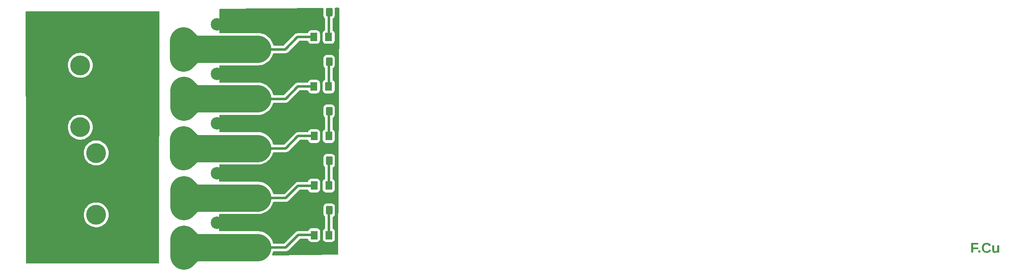
<source format=gbr>
%TF.GenerationSoftware,KiCad,Pcbnew,8.0.5-8.0.5-0~ubuntu22.04.1*%
%TF.CreationDate,2024-10-14T22:41:29-07:00*%
%TF.ProjectId,PowerDistribution,506f7765-7244-4697-9374-726962757469,R2*%
%TF.SameCoordinates,Original*%
%TF.FileFunction,Copper,L1,Top*%
%TF.FilePolarity,Positive*%
%FSLAX46Y46*%
G04 Gerber Fmt 4.6, Leading zero omitted, Abs format (unit mm)*
G04 Created by KiCad (PCBNEW 8.0.5-8.0.5-0~ubuntu22.04.1) date 2024-10-14 22:41:29*
%MOMM*%
%LPD*%
G01*
G04 APERTURE LIST*
G04 Aperture macros list*
%AMRoundRect*
0 Rectangle with rounded corners*
0 $1 Rounding radius*
0 $2 $3 $4 $5 $6 $7 $8 $9 X,Y pos of 4 corners*
0 Add a 4 corners polygon primitive as box body*
4,1,4,$2,$3,$4,$5,$6,$7,$8,$9,$2,$3,0*
0 Add four circle primitives for the rounded corners*
1,1,$1+$1,$2,$3*
1,1,$1+$1,$4,$5*
1,1,$1+$1,$6,$7*
1,1,$1+$1,$8,$9*
0 Add four rect primitives between the rounded corners*
20,1,$1+$1,$2,$3,$4,$5,0*
20,1,$1+$1,$4,$5,$6,$7,0*
20,1,$1+$1,$6,$7,$8,$9,0*
20,1,$1+$1,$8,$9,$2,$3,0*%
G04 Aperture macros list end*
%ADD10C,0.300000*%
%TA.AperFunction,NonConductor*%
%ADD11C,0.300000*%
%TD*%
%TA.AperFunction,SMDPad,CuDef*%
%ADD12RoundRect,0.250000X0.400000X0.625000X-0.400000X0.625000X-0.400000X-0.625000X0.400000X-0.625000X0*%
%TD*%
%TA.AperFunction,SMDPad,CuDef*%
%ADD13RoundRect,0.250001X0.462499X0.624999X-0.462499X0.624999X-0.462499X-0.624999X0.462499X-0.624999X0*%
%TD*%
%TA.AperFunction,ComponentPad*%
%ADD14C,3.000000*%
%TD*%
%TA.AperFunction,ComponentPad*%
%ADD15C,4.000000*%
%TD*%
%TA.AperFunction,ComponentPad*%
%ADD16C,2.500000*%
%TD*%
%TA.AperFunction,Conductor*%
%ADD17C,0.508000*%
%TD*%
%TA.AperFunction,Conductor*%
%ADD18C,5.500000*%
%TD*%
G04 APERTURE END LIST*
D10*
D11*
G36*
X365725028Y-100523632D02*
G01*
X365725028Y-101127134D01*
X366726564Y-101127134D01*
X366726564Y-101444767D01*
X365725028Y-101444767D01*
X365725028Y-102143560D01*
X365315083Y-102143560D01*
X365315083Y-100205999D01*
X366758328Y-100205999D01*
X366758328Y-100523632D01*
X365725028Y-100523632D01*
G37*
G36*
X366739468Y-102143560D02*
G01*
X366739468Y-101730637D01*
X367140976Y-101730637D01*
X367140976Y-102143560D01*
X366739468Y-102143560D01*
G37*
G36*
X368440790Y-101857690D02*
G01*
X368551120Y-101848639D01*
X368650399Y-101821485D01*
X368754948Y-101765006D01*
X368829917Y-101698027D01*
X368893835Y-101612945D01*
X368946703Y-101509762D01*
X368955951Y-101486953D01*
X369313288Y-101620954D01*
X369266154Y-101721065D01*
X369211484Y-101811092D01*
X369149275Y-101891033D01*
X369067172Y-101971552D01*
X368974810Y-102038344D01*
X368873090Y-102091717D01*
X368779173Y-102127032D01*
X368679044Y-102152716D01*
X368572704Y-102168768D01*
X368460152Y-102175189D01*
X368440790Y-102175323D01*
X368326028Y-102171174D01*
X368217981Y-102158728D01*
X368116650Y-102137984D01*
X367999431Y-102100386D01*
X367892704Y-102049822D01*
X367796471Y-101986294D01*
X367710730Y-101909802D01*
X367636525Y-101821509D01*
X367574897Y-101722894D01*
X367525846Y-101613954D01*
X367495661Y-101519370D01*
X367473525Y-101418179D01*
X367459438Y-101310381D01*
X367453401Y-101195976D01*
X367453150Y-101166342D01*
X367457035Y-101050083D01*
X367468690Y-100940773D01*
X367488116Y-100838411D01*
X367523324Y-100720229D01*
X367570674Y-100612904D01*
X367630165Y-100516435D01*
X367701797Y-100430823D01*
X367784964Y-100356904D01*
X367879060Y-100295513D01*
X367984085Y-100246651D01*
X368100040Y-100210318D01*
X368200673Y-100190272D01*
X368308300Y-100178244D01*
X368422923Y-100174235D01*
X368527432Y-100177592D01*
X368644590Y-100190480D01*
X368752745Y-100213035D01*
X368851897Y-100245255D01*
X368942045Y-100287142D01*
X368983743Y-100311711D01*
X369072432Y-100377814D01*
X369148723Y-100456266D01*
X369212617Y-100547068D01*
X369264115Y-100650219D01*
X369287976Y-100714708D01*
X368927165Y-100812975D01*
X368885053Y-100718791D01*
X368822180Y-100638917D01*
X368747008Y-100578721D01*
X368658555Y-100532920D01*
X368560701Y-100504082D01*
X368453443Y-100492207D01*
X368430864Y-100491868D01*
X368331520Y-100497905D01*
X368227483Y-100520209D01*
X368124229Y-100565822D01*
X368037663Y-100632900D01*
X368009504Y-100663589D01*
X367953423Y-100746340D01*
X367911116Y-100844337D01*
X367885816Y-100940470D01*
X367870636Y-101047805D01*
X367865576Y-101166342D01*
X367869187Y-101267618D01*
X367883052Y-101378914D01*
X367907317Y-101479043D01*
X367948769Y-101581746D01*
X368004375Y-101669250D01*
X368013474Y-101680510D01*
X368095829Y-101758026D01*
X368194500Y-101813395D01*
X368294221Y-101843675D01*
X368406434Y-101856998D01*
X368440790Y-101857690D01*
G37*
G36*
X369955998Y-100650685D02*
G01*
X369955998Y-101493901D01*
X369962505Y-101607854D01*
X369987490Y-101719103D01*
X370040325Y-101813742D01*
X370131939Y-101875547D01*
X370222512Y-101889453D01*
X370321222Y-101872354D01*
X370410673Y-101815238D01*
X370451307Y-101767859D01*
X370500755Y-101676171D01*
X370527897Y-101578771D01*
X370537820Y-101479675D01*
X370538160Y-101456182D01*
X370538160Y-100650685D01*
X370928253Y-100650685D01*
X370928253Y-101809549D01*
X370929116Y-101913020D01*
X370932102Y-102019240D01*
X370937849Y-102125446D01*
X370939171Y-102143560D01*
X370566945Y-102143560D01*
X370559028Y-102042456D01*
X370552870Y-101939998D01*
X370550567Y-101854712D01*
X370543619Y-101854712D01*
X370490800Y-101950638D01*
X370423182Y-102035556D01*
X370345595Y-102098892D01*
X370249165Y-102145467D01*
X370149612Y-102169277D01*
X370060221Y-102175323D01*
X369960883Y-102168341D01*
X369860382Y-102143262D01*
X369763929Y-102093247D01*
X369692958Y-102029410D01*
X369631301Y-101936538D01*
X369593435Y-101835859D01*
X369573381Y-101733770D01*
X369565533Y-101618618D01*
X369565409Y-101601102D01*
X369565409Y-100650685D01*
X369955998Y-100650685D01*
G37*
D12*
%TO.P,R1,1*%
%TO.N,Net-(D1-K)*%
X235714369Y-53607572D03*
%TO.P,R1,2*%
%TO.N,-BATT*%
X232614369Y-53607572D03*
%TD*%
%TO.P,R2,1*%
%TO.N,Net-(D2-K)*%
X235714369Y-63607572D03*
%TO.P,R2,2*%
%TO.N,-BATT*%
X232614369Y-63607572D03*
%TD*%
%TO.P,R5,1*%
%TO.N,Net-(D5-K)*%
X235736869Y-93607572D03*
%TO.P,R5,2*%
%TO.N,-BATT*%
X232636869Y-93607572D03*
%TD*%
D13*
%TO.P,D2,1,K*%
%TO.N,Net-(D2-K)*%
X235611869Y-68607572D03*
%TO.P,D2,2,A*%
%TO.N,/Fuse4*%
X232636869Y-68607572D03*
%TD*%
%TO.P,D4,1,K*%
%TO.N,Net-(D4-K)*%
X235651869Y-88607572D03*
%TO.P,D4,2,A*%
%TO.N,/Fuse2*%
X232676869Y-88607572D03*
%TD*%
D14*
%TO.P,F1,1*%
%TO.N,/Fuse1*%
X206373370Y-102783471D03*
X206373370Y-99383471D03*
%TO.P,F1,2*%
%TO.N,+BATT*%
X196453370Y-102783471D03*
X196453370Y-99383471D03*
%TD*%
D12*
%TO.P,R3,1*%
%TO.N,Net-(D3-K)*%
X235714369Y-73607572D03*
%TO.P,R3,2*%
%TO.N,-BATT*%
X232614369Y-73607572D03*
%TD*%
D15*
%TO.P,J3,1,Pin_1*%
%TO.N,-BATT*%
X185494370Y-76831471D03*
X185494370Y-64331471D03*
%TO.P,J3,2,Pin_2*%
%TO.N,+BATT*%
X177994370Y-76831471D03*
X177994370Y-64331471D03*
%TD*%
D13*
%TO.P,D1,1,K*%
%TO.N,Net-(D1-K)*%
X235611869Y-58607572D03*
%TO.P,D1,2,A*%
%TO.N,/Fuse5*%
X232636869Y-58607572D03*
%TD*%
D14*
%TO.P,F2,1*%
%TO.N,/Fuse2*%
X206363370Y-92823471D03*
X206363370Y-89423471D03*
%TO.P,F2,2*%
%TO.N,+BATT*%
X196443370Y-92823471D03*
X196443370Y-89423471D03*
%TD*%
D16*
%TO.P,J2,1,Pin_1*%
%TO.N,/Fuse1*%
X213093371Y-101083474D03*
X221293370Y-101083474D03*
%TO.P,J2,2,Pin_2*%
%TO.N,-BATT*%
X213093371Y-96083472D03*
X221293370Y-96083472D03*
%TO.P,J2,3,Pin_3*%
%TO.N,/Fuse2*%
X213093371Y-91083471D03*
X221293370Y-91083471D03*
%TO.P,J2,4,Pin_4*%
%TO.N,-BATT*%
X213093371Y-86083471D03*
X221293370Y-86083471D03*
%TO.P,J2,5,Pin_5*%
%TO.N,/Fuse3*%
X213093371Y-81083471D03*
X221293370Y-81083471D03*
%TO.P,J2,6,Pin_6*%
%TO.N,-BATT*%
X213093371Y-76083471D03*
X221293370Y-76083471D03*
%TO.P,J2,7,Pin_7*%
%TO.N,/Fuse4*%
X213093371Y-71083471D03*
X221293370Y-71083471D03*
%TO.P,J2,8,Pin_8*%
%TO.N,-BATT*%
X213093371Y-66083471D03*
X221293370Y-66083471D03*
%TO.P,J2,9,Pin_9*%
%TO.N,/Fuse5*%
X213093371Y-61083471D03*
X221293370Y-61083471D03*
%TO.P,J2,10,Pin_10*%
%TO.N,-BATT*%
X213093371Y-56083470D03*
X221293370Y-56083470D03*
%TD*%
D13*
%TO.P,D5,1,K*%
%TO.N,Net-(D5-K)*%
X235671869Y-98607572D03*
%TO.P,D5,2,A*%
%TO.N,/Fuse1*%
X232696869Y-98607572D03*
%TD*%
%TO.P,D3,1,K*%
%TO.N,Net-(D3-K)*%
X235651869Y-78607572D03*
%TO.P,D3,2,A*%
%TO.N,/Fuse3*%
X232676869Y-78607572D03*
%TD*%
D14*
%TO.P,F5,1*%
%TO.N,/Fuse5*%
X206323370Y-62803471D03*
X206323370Y-59403471D03*
%TO.P,F5,2*%
%TO.N,+BATT*%
X196403370Y-62803471D03*
X196403370Y-59403471D03*
%TD*%
%TO.P,F3,1*%
%TO.N,/Fuse3*%
X206293370Y-82763471D03*
X206293370Y-79363471D03*
%TO.P,F3,2*%
%TO.N,+BATT*%
X196373370Y-82763471D03*
X196373370Y-79363471D03*
%TD*%
D12*
%TO.P,R4,1*%
%TO.N,Net-(D4-K)*%
X235736869Y-83607572D03*
%TO.P,R4,2*%
%TO.N,-BATT*%
X232636869Y-83607572D03*
%TD*%
D14*
%TO.P,F4,1*%
%TO.N,/Fuse4*%
X206363370Y-72773471D03*
X206363370Y-69373471D03*
%TO.P,F4,2*%
%TO.N,+BATT*%
X196443370Y-72773471D03*
X196443370Y-69373471D03*
%TD*%
D15*
%TO.P,J1,1,Pin_1*%
%TO.N,+BATT*%
X181210768Y-82019172D03*
X181210768Y-94519172D03*
%TO.P,J1,2,Pin_2*%
%TO.N,-BATT*%
X188710768Y-82019172D03*
X188710768Y-94519172D03*
%TD*%
D17*
%TO.N,Net-(D1-K)*%
X235651869Y-53607572D02*
X235651869Y-58567572D01*
X235651869Y-58567572D02*
X235611869Y-58607572D01*
D18*
%TO.N,/Fuse1*%
X221293370Y-101083474D02*
X213093371Y-101083474D01*
D17*
X221293370Y-101083474D02*
X226968467Y-101083474D01*
D18*
X206373370Y-99383471D02*
X206373370Y-102783471D01*
X208073367Y-101083474D02*
X208073373Y-101083474D01*
X206373370Y-102783471D02*
X208073367Y-101083474D01*
D17*
X226968467Y-101083474D02*
X229454369Y-98597572D01*
X232686869Y-98597572D02*
X232696869Y-98607572D01*
D18*
X208073373Y-101083474D02*
X206373370Y-99383471D01*
X213093371Y-101083474D02*
X208073373Y-101083474D01*
D17*
X229454369Y-98597572D02*
X232686869Y-98597572D01*
X232700268Y-98583471D02*
X232724369Y-98607572D01*
D18*
%TO.N,/Fuse2*%
X208103370Y-91083471D02*
X206363370Y-92823471D01*
D17*
X221277120Y-91123474D02*
X226952217Y-91123474D01*
D18*
X213093371Y-91083471D02*
X208103370Y-91083471D01*
D17*
X232700268Y-88583471D02*
X232724369Y-88607572D01*
X229438119Y-88637572D02*
X232670619Y-88637572D01*
D18*
X213093371Y-91083471D02*
X221293370Y-91083471D01*
X208023370Y-91083471D02*
X206363370Y-89423471D01*
X213093371Y-91083471D02*
X208023370Y-91083471D01*
X206363370Y-89423471D02*
X206363370Y-92823471D01*
D17*
X226952217Y-91123474D02*
X229438119Y-88637572D01*
D18*
%TO.N,/Fuse3*%
X208013370Y-81083471D02*
X206293370Y-79363471D01*
D17*
X229428119Y-78607572D02*
X232660619Y-78607572D01*
D18*
X206293370Y-79363471D02*
X206293370Y-82763471D01*
X213093371Y-81083471D02*
X207973370Y-81083471D01*
X207973370Y-81083471D02*
X206293370Y-82763471D01*
X213093371Y-81083471D02*
X221293370Y-81083471D01*
D17*
X221267120Y-81093474D02*
X226942217Y-81093474D01*
D18*
X213093371Y-81083471D02*
X208013370Y-81083471D01*
D17*
X232700268Y-78583471D02*
X232724369Y-78607572D01*
X226942217Y-81093474D02*
X229428119Y-78607572D01*
D18*
%TO.N,/Fuse4*%
X208053370Y-71083471D02*
X206363370Y-72773471D01*
X213093371Y-71083471D02*
X208053370Y-71083471D01*
D17*
X226922217Y-71103474D02*
X229408119Y-68617572D01*
D18*
X213093371Y-71083471D02*
X221293370Y-71083471D01*
D17*
X221247120Y-71103474D02*
X226922217Y-71103474D01*
D18*
X208073370Y-71083471D02*
X206363370Y-69373471D01*
X206363370Y-72773471D02*
X206363370Y-69373471D01*
D17*
X232700268Y-68583471D02*
X232724369Y-68607572D01*
X229408119Y-68617572D02*
X232640619Y-68617572D01*
D18*
X213093371Y-71083471D02*
X208073370Y-71083471D01*
D17*
%TO.N,/Fuse5*%
X232700268Y-58583471D02*
X232724369Y-58607572D01*
D18*
X213093371Y-61083471D02*
X221293370Y-61083471D01*
D17*
X226852217Y-61123474D02*
X229338119Y-58637572D01*
X221177120Y-61123474D02*
X226852217Y-61123474D01*
D18*
X213093371Y-61083471D02*
X208003370Y-61083471D01*
X208003370Y-61083471D02*
X206323370Y-59403471D01*
X208043370Y-61083471D02*
X206323370Y-62803471D01*
X206323370Y-59403471D02*
X206323370Y-62803471D01*
X213093371Y-61083471D02*
X208043370Y-61083471D01*
D17*
X229338119Y-58637572D02*
X232570619Y-58637572D01*
%TO.N,Net-(D2-K)*%
X235651869Y-63607572D02*
X235651869Y-68567572D01*
X235651869Y-68567572D02*
X235611869Y-68607572D01*
%TO.N,Net-(D3-K)*%
X235651869Y-73607572D02*
X235651869Y-78607572D01*
%TO.N,Net-(D4-K)*%
X235674369Y-88585072D02*
X235651869Y-88607572D01*
X235674369Y-83607572D02*
X235674369Y-88585072D01*
%TO.N,Net-(D5-K)*%
X235674369Y-98605072D02*
X235671869Y-98607572D01*
X235674369Y-93607572D02*
X235674369Y-98605072D01*
%TD*%
%TA.AperFunction,Conductor*%
%TO.N,-BATT*%
G36*
X237695729Y-52728779D02*
G01*
X237742049Y-52781088D01*
X237753813Y-52834355D01*
X237534908Y-102416290D01*
X237514927Y-102483242D01*
X237461922Y-102528764D01*
X237412200Y-102539736D01*
X224345201Y-102675793D01*
X224277960Y-102656808D01*
X224231658Y-102604483D01*
X224220995Y-102535432D01*
X224234551Y-102493347D01*
X224242572Y-102478343D01*
X224365092Y-102182554D01*
X224440496Y-101933976D01*
X224478793Y-101875540D01*
X224542605Y-101847084D01*
X224559156Y-101845974D01*
X227043569Y-101845974D01*
X227142671Y-101826260D01*
X227190880Y-101816671D01*
X227329646Y-101759192D01*
X227454532Y-101675747D01*
X229733887Y-99396390D01*
X229795210Y-99362906D01*
X229821568Y-99360072D01*
X231388018Y-99360072D01*
X231455057Y-99379757D01*
X231500812Y-99432561D01*
X231505724Y-99445069D01*
X231542252Y-99555307D01*
X231542253Y-99555310D01*
X231635336Y-99706219D01*
X231635339Y-99706223D01*
X231760717Y-99831601D01*
X231760721Y-99831604D01*
X231911630Y-99924687D01*
X231911633Y-99924688D01*
X232079940Y-99980458D01*
X232079941Y-99980458D01*
X232079944Y-99980459D01*
X232183825Y-99991072D01*
X232183830Y-99991072D01*
X233209908Y-99991072D01*
X233209913Y-99991072D01*
X233313794Y-99980459D01*
X233482107Y-99924687D01*
X233633020Y-99831602D01*
X233758399Y-99706223D01*
X233851484Y-99555310D01*
X233907256Y-99386997D01*
X233917869Y-99283116D01*
X233917869Y-97932028D01*
X233917868Y-97932020D01*
X234450869Y-97932020D01*
X234450869Y-99283123D01*
X234461482Y-99387000D01*
X234517252Y-99555307D01*
X234517253Y-99555310D01*
X234610336Y-99706219D01*
X234610339Y-99706223D01*
X234735717Y-99831601D01*
X234735721Y-99831604D01*
X234886630Y-99924687D01*
X234886633Y-99924688D01*
X235054940Y-99980458D01*
X235054941Y-99980458D01*
X235054944Y-99980459D01*
X235158825Y-99991072D01*
X235158830Y-99991072D01*
X236184908Y-99991072D01*
X236184913Y-99991072D01*
X236288794Y-99980459D01*
X236457107Y-99924687D01*
X236608020Y-99831602D01*
X236733399Y-99706223D01*
X236826484Y-99555310D01*
X236882256Y-99386997D01*
X236892869Y-99283116D01*
X236892869Y-97932028D01*
X236882256Y-97828147D01*
X236826484Y-97659834D01*
X236826484Y-97659833D01*
X236733401Y-97508924D01*
X236733398Y-97508920D01*
X236608019Y-97383541D01*
X236495771Y-97314305D01*
X236449047Y-97262357D01*
X236436869Y-97208767D01*
X236436869Y-95007918D01*
X236456554Y-94940879D01*
X236495768Y-94902382D01*
X236610521Y-94831602D01*
X236735899Y-94706224D01*
X236828984Y-94555310D01*
X236884756Y-94386998D01*
X236895369Y-94283117D01*
X236895368Y-92932028D01*
X236884756Y-92828146D01*
X236828984Y-92659834D01*
X236735899Y-92508920D01*
X236610521Y-92383542D01*
X236459607Y-92290457D01*
X236459604Y-92290456D01*
X236291296Y-92234685D01*
X236187415Y-92224072D01*
X235286331Y-92224072D01*
X235286315Y-92224073D01*
X235182441Y-92234685D01*
X235014133Y-92290456D01*
X235014128Y-92290458D01*
X234863215Y-92383543D01*
X234737840Y-92508918D01*
X234644755Y-92659831D01*
X234644753Y-92659836D01*
X234588982Y-92828144D01*
X234578369Y-92932019D01*
X234578369Y-94283109D01*
X234578370Y-94283125D01*
X234588982Y-94386999D01*
X234644753Y-94555307D01*
X234644755Y-94555312D01*
X234737840Y-94706225D01*
X234863216Y-94831601D01*
X234864773Y-94832832D01*
X234865564Y-94833949D01*
X234868324Y-94836709D01*
X234867852Y-94837180D01*
X234905154Y-94889851D01*
X234911869Y-94930103D01*
X234911869Y-97205683D01*
X234892184Y-97272722D01*
X234852967Y-97311221D01*
X234735718Y-97383541D01*
X234610339Y-97508920D01*
X234610336Y-97508924D01*
X234517253Y-97659833D01*
X234517252Y-97659836D01*
X234461482Y-97828143D01*
X234450869Y-97932020D01*
X233917868Y-97932020D01*
X233907256Y-97828147D01*
X233851484Y-97659834D01*
X233851484Y-97659833D01*
X233758401Y-97508924D01*
X233758398Y-97508920D01*
X233633020Y-97383542D01*
X233633016Y-97383539D01*
X233482107Y-97290456D01*
X233482104Y-97290455D01*
X233313797Y-97234685D01*
X233209920Y-97224072D01*
X233209913Y-97224072D01*
X232183825Y-97224072D01*
X232183817Y-97224072D01*
X232079940Y-97234685D01*
X231911633Y-97290455D01*
X231911630Y-97290456D01*
X231760721Y-97383539D01*
X231760717Y-97383542D01*
X231635339Y-97508920D01*
X231635336Y-97508924D01*
X231542253Y-97659833D01*
X231542252Y-97659836D01*
X231512351Y-97750075D01*
X231472579Y-97807520D01*
X231408064Y-97834344D01*
X231394645Y-97835072D01*
X229379267Y-97835072D01*
X229231961Y-97864373D01*
X229231955Y-97864375D01*
X229093192Y-97921852D01*
X229093183Y-97921857D01*
X228968304Y-98005299D01*
X228968300Y-98005302D01*
X226688948Y-100284655D01*
X226627625Y-100318140D01*
X226601267Y-100320974D01*
X224559156Y-100320974D01*
X224492117Y-100301289D01*
X224446362Y-100248485D01*
X224440499Y-100232981D01*
X224365092Y-99984394D01*
X224242572Y-99688605D01*
X224091650Y-99406250D01*
X223913778Y-99140047D01*
X223710671Y-98892560D01*
X223710670Y-98892559D01*
X223710666Y-98892554D01*
X223484289Y-98666177D01*
X223236802Y-98463070D01*
X223236801Y-98463069D01*
X223236797Y-98463066D01*
X222970594Y-98285194D01*
X222970589Y-98285191D01*
X222970582Y-98285187D01*
X222688246Y-98134275D01*
X222688241Y-98134273D01*
X222392451Y-98011752D01*
X222086066Y-97918812D01*
X222086055Y-97918809D01*
X221772067Y-97856354D01*
X221532097Y-97832720D01*
X221453450Y-97824974D01*
X213650412Y-97824974D01*
X213583373Y-97805289D01*
X213537618Y-97752485D01*
X213526412Y-97700924D01*
X213527710Y-94465921D01*
X213547421Y-94398890D01*
X213600244Y-94353156D01*
X213651710Y-94341971D01*
X221453447Y-94341971D01*
X221453450Y-94341971D01*
X221772068Y-94310590D01*
X221833193Y-94298431D01*
X222086055Y-94248135D01*
X222086066Y-94248132D01*
X222086066Y-94248131D01*
X222086076Y-94248130D01*
X222392450Y-94155193D01*
X222688239Y-94032673D01*
X222970594Y-93881751D01*
X223236797Y-93703879D01*
X223484284Y-93500772D01*
X223710671Y-93274385D01*
X223913778Y-93026898D01*
X224091650Y-92760695D01*
X224242572Y-92478340D01*
X224365092Y-92182551D01*
X224428361Y-91973978D01*
X224466659Y-91915540D01*
X224530471Y-91887084D01*
X224547022Y-91885974D01*
X227027319Y-91885974D01*
X227126421Y-91866260D01*
X227174630Y-91856671D01*
X227313396Y-91799192D01*
X227438282Y-91715747D01*
X229717637Y-89436390D01*
X229778960Y-89402906D01*
X229805318Y-89400072D01*
X231381273Y-89400072D01*
X231448312Y-89419757D01*
X231494067Y-89472561D01*
X231498980Y-89485070D01*
X231522254Y-89555311D01*
X231615336Y-89706219D01*
X231615339Y-89706223D01*
X231740717Y-89831601D01*
X231740721Y-89831604D01*
X231891630Y-89924687D01*
X231891633Y-89924688D01*
X232059940Y-89980458D01*
X232059941Y-89980458D01*
X232059944Y-89980459D01*
X232163825Y-89991072D01*
X232163830Y-89991072D01*
X233189908Y-89991072D01*
X233189913Y-89991072D01*
X233293794Y-89980459D01*
X233462107Y-89924687D01*
X233613020Y-89831602D01*
X233738399Y-89706223D01*
X233831484Y-89555310D01*
X233887256Y-89386997D01*
X233897869Y-89283116D01*
X233897869Y-87932028D01*
X233897868Y-87932020D01*
X234430869Y-87932020D01*
X234430869Y-89283123D01*
X234441482Y-89387000D01*
X234497252Y-89555307D01*
X234497253Y-89555310D01*
X234590336Y-89706219D01*
X234590339Y-89706223D01*
X234715717Y-89831601D01*
X234715721Y-89831604D01*
X234866630Y-89924687D01*
X234866633Y-89924688D01*
X235034940Y-89980458D01*
X235034941Y-89980458D01*
X235034944Y-89980459D01*
X235138825Y-89991072D01*
X235138830Y-89991072D01*
X236164908Y-89991072D01*
X236164913Y-89991072D01*
X236268794Y-89980459D01*
X236437107Y-89924687D01*
X236588020Y-89831602D01*
X236713399Y-89706223D01*
X236806484Y-89555310D01*
X236862256Y-89386997D01*
X236872869Y-89283116D01*
X236872869Y-87932028D01*
X236862256Y-87828147D01*
X236806484Y-87659834D01*
X236806484Y-87659833D01*
X236713401Y-87508924D01*
X236713398Y-87508920D01*
X236588020Y-87383542D01*
X236588016Y-87383539D01*
X236495772Y-87326642D01*
X236449047Y-87274694D01*
X236436869Y-87221104D01*
X236436869Y-85007918D01*
X236456554Y-84940879D01*
X236495768Y-84902382D01*
X236610521Y-84831602D01*
X236735899Y-84706224D01*
X236828984Y-84555310D01*
X236884756Y-84386998D01*
X236895369Y-84283117D01*
X236895368Y-82932028D01*
X236884756Y-82828146D01*
X236828984Y-82659834D01*
X236735899Y-82508920D01*
X236610521Y-82383542D01*
X236459607Y-82290457D01*
X236459604Y-82290456D01*
X236291296Y-82234685D01*
X236187415Y-82224072D01*
X235286331Y-82224072D01*
X235286315Y-82224073D01*
X235182441Y-82234685D01*
X235014133Y-82290456D01*
X235014128Y-82290458D01*
X234863215Y-82383543D01*
X234737840Y-82508918D01*
X234644755Y-82659831D01*
X234644753Y-82659836D01*
X234588982Y-82828144D01*
X234578369Y-82932019D01*
X234578369Y-84283109D01*
X234578370Y-84283125D01*
X234588982Y-84386999D01*
X234644753Y-84555307D01*
X234644755Y-84555312D01*
X234737840Y-84706225D01*
X234863216Y-84831601D01*
X234864773Y-84832832D01*
X234865564Y-84833949D01*
X234868324Y-84836709D01*
X234867852Y-84837180D01*
X234905154Y-84889851D01*
X234911869Y-84930103D01*
X234911869Y-87193346D01*
X234892184Y-87260385D01*
X234852967Y-87298884D01*
X234715718Y-87383541D01*
X234590339Y-87508920D01*
X234590336Y-87508924D01*
X234497253Y-87659833D01*
X234497252Y-87659836D01*
X234441482Y-87828143D01*
X234430869Y-87932020D01*
X233897868Y-87932020D01*
X233887256Y-87828147D01*
X233831484Y-87659834D01*
X233831484Y-87659833D01*
X233738401Y-87508924D01*
X233738398Y-87508920D01*
X233613020Y-87383542D01*
X233613016Y-87383539D01*
X233462107Y-87290456D01*
X233462104Y-87290455D01*
X233293797Y-87234685D01*
X233189920Y-87224072D01*
X233189913Y-87224072D01*
X232163825Y-87224072D01*
X232163817Y-87224072D01*
X232059940Y-87234685D01*
X231891633Y-87290455D01*
X231891630Y-87290456D01*
X231740721Y-87383539D01*
X231740717Y-87383542D01*
X231615339Y-87508920D01*
X231615336Y-87508924D01*
X231522253Y-87659833D01*
X231522252Y-87659836D01*
X231479097Y-87790075D01*
X231439325Y-87847520D01*
X231374810Y-87874344D01*
X231361391Y-87875072D01*
X229363017Y-87875072D01*
X229215711Y-87904373D01*
X229215705Y-87904375D01*
X229076942Y-87961852D01*
X229076933Y-87961857D01*
X228952054Y-88045299D01*
X228952050Y-88045302D01*
X226672698Y-90324655D01*
X226611375Y-90358140D01*
X226585017Y-90360974D01*
X224571291Y-90360974D01*
X224504252Y-90341289D01*
X224458497Y-90288485D01*
X224452633Y-90272978D01*
X224365092Y-89984391D01*
X224242572Y-89688602D01*
X224171326Y-89555311D01*
X224091656Y-89406258D01*
X224091655Y-89406256D01*
X224091650Y-89406247D01*
X223913778Y-89140044D01*
X223710671Y-88892557D01*
X223710670Y-88892556D01*
X223710666Y-88892551D01*
X223484289Y-88666174D01*
X223236802Y-88463067D01*
X223236801Y-88463066D01*
X223236797Y-88463063D01*
X222970594Y-88285191D01*
X222970589Y-88285188D01*
X222970582Y-88285184D01*
X222688246Y-88134272D01*
X222688241Y-88134270D01*
X222392451Y-88011749D01*
X222086066Y-87918809D01*
X222086055Y-87918806D01*
X221772067Y-87856351D01*
X221532097Y-87832717D01*
X221453450Y-87824971D01*
X213654426Y-87824971D01*
X213587387Y-87805286D01*
X213541632Y-87752482D01*
X213530426Y-87700921D01*
X213531507Y-85007918D01*
X213531724Y-84465919D01*
X213551435Y-84398890D01*
X213604258Y-84353156D01*
X213655724Y-84341971D01*
X221453447Y-84341971D01*
X221453450Y-84341971D01*
X221772068Y-84310590D01*
X221833193Y-84298431D01*
X222086055Y-84248135D01*
X222086066Y-84248132D01*
X222086066Y-84248131D01*
X222086076Y-84248130D01*
X222392450Y-84155193D01*
X222688239Y-84032673D01*
X222970594Y-83881751D01*
X223236797Y-83703879D01*
X223484284Y-83500772D01*
X223710671Y-83274385D01*
X223913778Y-83026898D01*
X224091650Y-82760695D01*
X224242572Y-82478340D01*
X224365092Y-82182551D01*
X224437462Y-81943977D01*
X224475759Y-81885540D01*
X224539571Y-81857084D01*
X224556122Y-81855974D01*
X227017319Y-81855974D01*
X227116421Y-81836260D01*
X227164630Y-81826671D01*
X227303396Y-81769192D01*
X227428282Y-81685747D01*
X229707637Y-79406390D01*
X229768960Y-79372906D01*
X229795318Y-79370072D01*
X231371332Y-79370072D01*
X231438371Y-79389757D01*
X231484126Y-79442561D01*
X231489038Y-79455070D01*
X231522251Y-79555304D01*
X231522253Y-79555310D01*
X231615336Y-79706219D01*
X231615339Y-79706223D01*
X231740717Y-79831601D01*
X231740721Y-79831604D01*
X231891630Y-79924687D01*
X231891633Y-79924688D01*
X232059940Y-79980458D01*
X232059941Y-79980458D01*
X232059944Y-79980459D01*
X232163825Y-79991072D01*
X232163830Y-79991072D01*
X233189908Y-79991072D01*
X233189913Y-79991072D01*
X233293794Y-79980459D01*
X233462107Y-79924687D01*
X233613020Y-79831602D01*
X233738399Y-79706223D01*
X233831484Y-79555310D01*
X233887256Y-79386997D01*
X233897869Y-79283116D01*
X233897869Y-77932028D01*
X233897868Y-77932020D01*
X234430869Y-77932020D01*
X234430869Y-79283123D01*
X234441482Y-79387000D01*
X234497252Y-79555307D01*
X234497253Y-79555310D01*
X234590336Y-79706219D01*
X234590339Y-79706223D01*
X234715717Y-79831601D01*
X234715721Y-79831604D01*
X234866630Y-79924687D01*
X234866633Y-79924688D01*
X235034940Y-79980458D01*
X235034941Y-79980458D01*
X235034944Y-79980459D01*
X235138825Y-79991072D01*
X235138830Y-79991072D01*
X236164908Y-79991072D01*
X236164913Y-79991072D01*
X236268794Y-79980459D01*
X236437107Y-79924687D01*
X236588020Y-79831602D01*
X236713399Y-79706223D01*
X236806484Y-79555310D01*
X236862256Y-79386997D01*
X236872869Y-79283116D01*
X236872869Y-77932028D01*
X236862256Y-77828147D01*
X236854681Y-77805286D01*
X236806485Y-77659836D01*
X236806484Y-77659833D01*
X236713401Y-77508924D01*
X236713398Y-77508920D01*
X236588019Y-77383541D01*
X236473271Y-77312763D01*
X236426547Y-77260815D01*
X236414369Y-77207225D01*
X236414369Y-75007918D01*
X236434054Y-74940879D01*
X236473268Y-74902382D01*
X236588021Y-74831602D01*
X236713399Y-74706224D01*
X236806484Y-74555310D01*
X236862256Y-74386998D01*
X236872869Y-74283117D01*
X236872868Y-72932028D01*
X236862256Y-72828146D01*
X236806484Y-72659834D01*
X236713399Y-72508920D01*
X236588021Y-72383542D01*
X236437107Y-72290457D01*
X236437104Y-72290456D01*
X236268796Y-72234685D01*
X236164915Y-72224072D01*
X235263831Y-72224072D01*
X235263815Y-72224073D01*
X235159941Y-72234685D01*
X234991633Y-72290456D01*
X234991628Y-72290458D01*
X234840715Y-72383543D01*
X234715340Y-72508918D01*
X234622255Y-72659831D01*
X234622253Y-72659836D01*
X234566482Y-72828144D01*
X234555869Y-72932019D01*
X234555869Y-74283109D01*
X234555870Y-74283125D01*
X234566482Y-74386999D01*
X234622253Y-74555307D01*
X234622255Y-74555312D01*
X234715340Y-74706225D01*
X234840716Y-74831601D01*
X234842273Y-74832832D01*
X234843064Y-74833949D01*
X234845824Y-74836709D01*
X234845352Y-74837180D01*
X234882654Y-74889851D01*
X234889369Y-74930103D01*
X234889369Y-77207225D01*
X234869684Y-77274264D01*
X234830467Y-77312763D01*
X234715718Y-77383541D01*
X234590339Y-77508920D01*
X234590336Y-77508924D01*
X234497253Y-77659833D01*
X234497252Y-77659836D01*
X234441482Y-77828143D01*
X234430869Y-77932020D01*
X233897868Y-77932020D01*
X233887256Y-77828147D01*
X233879681Y-77805286D01*
X233831485Y-77659836D01*
X233831484Y-77659833D01*
X233738401Y-77508924D01*
X233738398Y-77508920D01*
X233613020Y-77383542D01*
X233613016Y-77383539D01*
X233462107Y-77290456D01*
X233462104Y-77290455D01*
X233293797Y-77234685D01*
X233189920Y-77224072D01*
X233189913Y-77224072D01*
X232163825Y-77224072D01*
X232163817Y-77224072D01*
X232059940Y-77234685D01*
X231891633Y-77290455D01*
X231891630Y-77290456D01*
X231740721Y-77383539D01*
X231740717Y-77383542D01*
X231615339Y-77508920D01*
X231615336Y-77508924D01*
X231522253Y-77659833D01*
X231522251Y-77659839D01*
X231489038Y-77760074D01*
X231449267Y-77817520D01*
X231384751Y-77844344D01*
X231371332Y-77845072D01*
X229353017Y-77845072D01*
X229205711Y-77874373D01*
X229205705Y-77874375D01*
X229066942Y-77931852D01*
X229066933Y-77931857D01*
X228942054Y-78015299D01*
X228942050Y-78015302D01*
X226662698Y-80294655D01*
X226601375Y-80328140D01*
X226575017Y-80330974D01*
X224562191Y-80330974D01*
X224495152Y-80311289D01*
X224449397Y-80258485D01*
X224443530Y-80242969D01*
X224365092Y-79984391D01*
X224242572Y-79688602D01*
X224117746Y-79455070D01*
X224091656Y-79406258D01*
X224091655Y-79406256D01*
X224091650Y-79406247D01*
X223913778Y-79140044D01*
X223710671Y-78892557D01*
X223710670Y-78892556D01*
X223710666Y-78892551D01*
X223484289Y-78666174D01*
X223236802Y-78463067D01*
X223236801Y-78463066D01*
X223236797Y-78463063D01*
X222970594Y-78285191D01*
X222970589Y-78285188D01*
X222970582Y-78285184D01*
X222688246Y-78134272D01*
X222688241Y-78134270D01*
X222392451Y-78011749D01*
X222086066Y-77918809D01*
X222086055Y-77918806D01*
X221772067Y-77856351D01*
X221532097Y-77832717D01*
X221453450Y-77824971D01*
X213658440Y-77824971D01*
X213591401Y-77805286D01*
X213545646Y-77752482D01*
X213534440Y-77700921D01*
X213534457Y-77659839D01*
X213535592Y-74831600D01*
X213535739Y-74465921D01*
X213555450Y-74398890D01*
X213608273Y-74353156D01*
X213659739Y-74341971D01*
X221453447Y-74341971D01*
X221453450Y-74341971D01*
X221772068Y-74310590D01*
X221833193Y-74298431D01*
X222086055Y-74248135D01*
X222086066Y-74248132D01*
X222086066Y-74248131D01*
X222086076Y-74248130D01*
X222392450Y-74155193D01*
X222688239Y-74032673D01*
X222970594Y-73881751D01*
X223236797Y-73703879D01*
X223484284Y-73500772D01*
X223710671Y-73274385D01*
X223913778Y-73026898D01*
X224091650Y-72760695D01*
X224242572Y-72478340D01*
X224365092Y-72182551D01*
X224434428Y-71953978D01*
X224472726Y-71895540D01*
X224536538Y-71867084D01*
X224553089Y-71865974D01*
X226997319Y-71865974D01*
X227096421Y-71846260D01*
X227144630Y-71836671D01*
X227283396Y-71779192D01*
X227408282Y-71695747D01*
X229687637Y-69416390D01*
X229748960Y-69382906D01*
X229775318Y-69380072D01*
X231334645Y-69380072D01*
X231401684Y-69399757D01*
X231447439Y-69452561D01*
X231452351Y-69465069D01*
X231482252Y-69555307D01*
X231482253Y-69555310D01*
X231575336Y-69706219D01*
X231575339Y-69706223D01*
X231700717Y-69831601D01*
X231700721Y-69831604D01*
X231851630Y-69924687D01*
X231851633Y-69924688D01*
X232019940Y-69980458D01*
X232019941Y-69980458D01*
X232019944Y-69980459D01*
X232123825Y-69991072D01*
X232123830Y-69991072D01*
X233149908Y-69991072D01*
X233149913Y-69991072D01*
X233253794Y-69980459D01*
X233422107Y-69924687D01*
X233573020Y-69831602D01*
X233698399Y-69706223D01*
X233791484Y-69555310D01*
X233847256Y-69386997D01*
X233857869Y-69283116D01*
X233857869Y-67932028D01*
X233857868Y-67932020D01*
X234390869Y-67932020D01*
X234390869Y-69283123D01*
X234401482Y-69387000D01*
X234457252Y-69555307D01*
X234457253Y-69555310D01*
X234550336Y-69706219D01*
X234550339Y-69706223D01*
X234675717Y-69831601D01*
X234675721Y-69831604D01*
X234826630Y-69924687D01*
X234826633Y-69924688D01*
X234994940Y-69980458D01*
X234994941Y-69980458D01*
X234994944Y-69980459D01*
X235098825Y-69991072D01*
X235098830Y-69991072D01*
X236124908Y-69991072D01*
X236124913Y-69991072D01*
X236228794Y-69980459D01*
X236397107Y-69924687D01*
X236548020Y-69831602D01*
X236673399Y-69706223D01*
X236766484Y-69555310D01*
X236822256Y-69386997D01*
X236832869Y-69283116D01*
X236832869Y-67932028D01*
X236822256Y-67828147D01*
X236822255Y-67828143D01*
X236766485Y-67659836D01*
X236766484Y-67659833D01*
X236673401Y-67508924D01*
X236673398Y-67508920D01*
X236548019Y-67383541D01*
X236473271Y-67337435D01*
X236426547Y-67285486D01*
X236414369Y-67231897D01*
X236414369Y-65007918D01*
X236434054Y-64940879D01*
X236473268Y-64902382D01*
X236588021Y-64831602D01*
X236713399Y-64706224D01*
X236806484Y-64555310D01*
X236862256Y-64386998D01*
X236872869Y-64283117D01*
X236872868Y-62932028D01*
X236862256Y-62828146D01*
X236806484Y-62659834D01*
X236713399Y-62508920D01*
X236588021Y-62383542D01*
X236437107Y-62290457D01*
X236437104Y-62290456D01*
X236268796Y-62234685D01*
X236164915Y-62224072D01*
X235263831Y-62224072D01*
X235263815Y-62224073D01*
X235159941Y-62234685D01*
X234991633Y-62290456D01*
X234991628Y-62290458D01*
X234840715Y-62383543D01*
X234715340Y-62508918D01*
X234622255Y-62659831D01*
X234622253Y-62659836D01*
X234566482Y-62828144D01*
X234555869Y-62932019D01*
X234555869Y-64283109D01*
X234555870Y-64283125D01*
X234566482Y-64386999D01*
X234622253Y-64555307D01*
X234622255Y-64555312D01*
X234715340Y-64706225D01*
X234840716Y-64831601D01*
X234842273Y-64832832D01*
X234843064Y-64833949D01*
X234845824Y-64836709D01*
X234845352Y-64837180D01*
X234882654Y-64889851D01*
X234889369Y-64930103D01*
X234889369Y-67182553D01*
X234869684Y-67249592D01*
X234830466Y-67288091D01*
X234675721Y-67383539D01*
X234675717Y-67383542D01*
X234550339Y-67508920D01*
X234550336Y-67508924D01*
X234457253Y-67659833D01*
X234457252Y-67659836D01*
X234401482Y-67828143D01*
X234390869Y-67932020D01*
X233857868Y-67932020D01*
X233847256Y-67828147D01*
X233847255Y-67828143D01*
X233791485Y-67659836D01*
X233791484Y-67659833D01*
X233698401Y-67508924D01*
X233698398Y-67508920D01*
X233573020Y-67383542D01*
X233573016Y-67383539D01*
X233422107Y-67290456D01*
X233422104Y-67290455D01*
X233253797Y-67234685D01*
X233149920Y-67224072D01*
X233149913Y-67224072D01*
X232123825Y-67224072D01*
X232123817Y-67224072D01*
X232019940Y-67234685D01*
X231851633Y-67290455D01*
X231851630Y-67290456D01*
X231700721Y-67383539D01*
X231700717Y-67383542D01*
X231575339Y-67508920D01*
X231575336Y-67508924D01*
X231482253Y-67659833D01*
X231482252Y-67659836D01*
X231445724Y-67770075D01*
X231405952Y-67827520D01*
X231341437Y-67854344D01*
X231328018Y-67855072D01*
X229333017Y-67855072D01*
X229185711Y-67884373D01*
X229185705Y-67884375D01*
X229046942Y-67941852D01*
X229046933Y-67941857D01*
X228922054Y-68025299D01*
X228922050Y-68025302D01*
X226642698Y-70304655D01*
X226581375Y-70338140D01*
X226555017Y-70340974D01*
X224565224Y-70340974D01*
X224498185Y-70321289D01*
X224452430Y-70268485D01*
X224446566Y-70252979D01*
X224365092Y-69984391D01*
X224242572Y-69688602D01*
X224116405Y-69452561D01*
X224091656Y-69406258D01*
X224091655Y-69406256D01*
X224091650Y-69406247D01*
X223913778Y-69140044D01*
X223710671Y-68892557D01*
X223710670Y-68892556D01*
X223710666Y-68892551D01*
X223484289Y-68666174D01*
X223236802Y-68463067D01*
X223236801Y-68463066D01*
X223236797Y-68463063D01*
X222970594Y-68285191D01*
X222970589Y-68285188D01*
X222970582Y-68285184D01*
X222688246Y-68134272D01*
X222688241Y-68134270D01*
X222392451Y-68011749D01*
X222086066Y-67918809D01*
X222086055Y-67918806D01*
X221772067Y-67856351D01*
X221532097Y-67832717D01*
X221453450Y-67824971D01*
X213662455Y-67824971D01*
X213595416Y-67805286D01*
X213549661Y-67752482D01*
X213538455Y-67700921D01*
X213539536Y-65007918D01*
X213539753Y-64465919D01*
X213559464Y-64398890D01*
X213612287Y-64353156D01*
X213663753Y-64341971D01*
X221453447Y-64341971D01*
X221453450Y-64341971D01*
X221772068Y-64310590D01*
X221833193Y-64298431D01*
X222086055Y-64248135D01*
X222086066Y-64248132D01*
X222086066Y-64248131D01*
X222086076Y-64248130D01*
X222392450Y-64155193D01*
X222688239Y-64032673D01*
X222970594Y-63881751D01*
X223236797Y-63703879D01*
X223484284Y-63500772D01*
X223710671Y-63274385D01*
X223913778Y-63026898D01*
X224091650Y-62760695D01*
X224242572Y-62478340D01*
X224365092Y-62182551D01*
X224428361Y-61973978D01*
X224466659Y-61915540D01*
X224530471Y-61887084D01*
X224547022Y-61885974D01*
X226927319Y-61885974D01*
X227026421Y-61866260D01*
X227074630Y-61856671D01*
X227213396Y-61799192D01*
X227338282Y-61715747D01*
X229617637Y-59436390D01*
X229678960Y-59402906D01*
X229705318Y-59400072D01*
X231341273Y-59400072D01*
X231408312Y-59419757D01*
X231454067Y-59472561D01*
X231458980Y-59485070D01*
X231482254Y-59555311D01*
X231575336Y-59706219D01*
X231575339Y-59706223D01*
X231700717Y-59831601D01*
X231700721Y-59831604D01*
X231851630Y-59924687D01*
X231851633Y-59924688D01*
X232019940Y-59980458D01*
X232019941Y-59980458D01*
X232019944Y-59980459D01*
X232123825Y-59991072D01*
X232123830Y-59991072D01*
X233149908Y-59991072D01*
X233149913Y-59991072D01*
X233253794Y-59980459D01*
X233422107Y-59924687D01*
X233573020Y-59831602D01*
X233698399Y-59706223D01*
X233791484Y-59555310D01*
X233847256Y-59386997D01*
X233857869Y-59283116D01*
X233857869Y-57932028D01*
X233847256Y-57828147D01*
X233791484Y-57659834D01*
X233791484Y-57659833D01*
X233698401Y-57508924D01*
X233698398Y-57508920D01*
X233573020Y-57383542D01*
X233573016Y-57383539D01*
X233422107Y-57290456D01*
X233422104Y-57290455D01*
X233253797Y-57234685D01*
X233149920Y-57224072D01*
X233149913Y-57224072D01*
X232123825Y-57224072D01*
X232123817Y-57224072D01*
X232019940Y-57234685D01*
X231851633Y-57290455D01*
X231851630Y-57290456D01*
X231700721Y-57383539D01*
X231700717Y-57383542D01*
X231575339Y-57508920D01*
X231575336Y-57508924D01*
X231482253Y-57659833D01*
X231482252Y-57659836D01*
X231439097Y-57790075D01*
X231399325Y-57847520D01*
X231334810Y-57874344D01*
X231321391Y-57875072D01*
X229263017Y-57875072D01*
X229115711Y-57904373D01*
X229115705Y-57904375D01*
X228976942Y-57961852D01*
X228976933Y-57961857D01*
X228852054Y-58045299D01*
X228852050Y-58045302D01*
X226572698Y-60324655D01*
X226511375Y-60358140D01*
X226485017Y-60360974D01*
X224571291Y-60360974D01*
X224504252Y-60341289D01*
X224458497Y-60288485D01*
X224452633Y-60272978D01*
X224365092Y-59984391D01*
X224242572Y-59688602D01*
X224171326Y-59555311D01*
X224091656Y-59406258D01*
X224091655Y-59406256D01*
X224091650Y-59406247D01*
X223913778Y-59140044D01*
X223710671Y-58892557D01*
X223710670Y-58892556D01*
X223710666Y-58892551D01*
X223484289Y-58666174D01*
X223236802Y-58463067D01*
X223236801Y-58463066D01*
X223236797Y-58463063D01*
X222970594Y-58285191D01*
X222970589Y-58285188D01*
X222970582Y-58285184D01*
X222688246Y-58134272D01*
X222688241Y-58134270D01*
X222392451Y-58011749D01*
X222086066Y-57918809D01*
X222086055Y-57918806D01*
X221772067Y-57856351D01*
X221532097Y-57832717D01*
X221453450Y-57824971D01*
X213666469Y-57824971D01*
X213599430Y-57805286D01*
X213553675Y-57752482D01*
X213542469Y-57700921D01*
X213544319Y-53091087D01*
X213564030Y-53024059D01*
X213616853Y-52978325D01*
X213666986Y-52967147D01*
X234436428Y-52744096D01*
X234503670Y-52763059D01*
X234549990Y-52815368D01*
X234561113Y-52880689D01*
X234555869Y-52932015D01*
X234555869Y-54283109D01*
X234555870Y-54283125D01*
X234566482Y-54386999D01*
X234622253Y-54555307D01*
X234622255Y-54555312D01*
X234715340Y-54706225D01*
X234840716Y-54831601D01*
X234842273Y-54832832D01*
X234843064Y-54833949D01*
X234845824Y-54836709D01*
X234845352Y-54837180D01*
X234882654Y-54889851D01*
X234889369Y-54930103D01*
X234889369Y-57182553D01*
X234869684Y-57249592D01*
X234830466Y-57288091D01*
X234675721Y-57383539D01*
X234675717Y-57383542D01*
X234550339Y-57508920D01*
X234550336Y-57508924D01*
X234457253Y-57659833D01*
X234457252Y-57659836D01*
X234401482Y-57828143D01*
X234390869Y-57932020D01*
X234390869Y-59283123D01*
X234401482Y-59387000D01*
X234457252Y-59555307D01*
X234457253Y-59555310D01*
X234550336Y-59706219D01*
X234550339Y-59706223D01*
X234675717Y-59831601D01*
X234675721Y-59831604D01*
X234826630Y-59924687D01*
X234826633Y-59924688D01*
X234994940Y-59980458D01*
X234994941Y-59980458D01*
X234994944Y-59980459D01*
X235098825Y-59991072D01*
X235098830Y-59991072D01*
X236124908Y-59991072D01*
X236124913Y-59991072D01*
X236228794Y-59980459D01*
X236397107Y-59924687D01*
X236548020Y-59831602D01*
X236673399Y-59706223D01*
X236766484Y-59555310D01*
X236822256Y-59386997D01*
X236832869Y-59283116D01*
X236832869Y-57932028D01*
X236822256Y-57828147D01*
X236766484Y-57659834D01*
X236766484Y-57659833D01*
X236673401Y-57508924D01*
X236673398Y-57508920D01*
X236548019Y-57383541D01*
X236473271Y-57337435D01*
X236426547Y-57285486D01*
X236414369Y-57231897D01*
X236414369Y-55007918D01*
X236434054Y-54940879D01*
X236473268Y-54902382D01*
X236588021Y-54831602D01*
X236713399Y-54706224D01*
X236806484Y-54555310D01*
X236862256Y-54386998D01*
X236872869Y-54283117D01*
X236872868Y-52932028D01*
X236864825Y-52853299D01*
X236877594Y-52784609D01*
X236925474Y-52733724D01*
X236986848Y-52716706D01*
X237628485Y-52709815D01*
X237695729Y-52728779D01*
G37*
%TD.AperFunction*%
%TD*%
%TA.AperFunction,Conductor*%
%TO.N,+BATT*%
G36*
X201421223Y-53418212D02*
G01*
X201467036Y-53470965D01*
X201478299Y-53522846D01*
X201378786Y-104194800D01*
X201358970Y-104261800D01*
X201306076Y-104307451D01*
X201254879Y-104318556D01*
X174692393Y-104338371D01*
X174625338Y-104318736D01*
X174579544Y-104265967D01*
X174568300Y-104214618D01*
X174549255Y-94519166D01*
X186197308Y-94519166D01*
X186197308Y-94519177D01*
X186217125Y-94834184D01*
X186217127Y-94834192D01*
X186276273Y-95144244D01*
X186276275Y-95144249D01*
X186373812Y-95444439D01*
X186373814Y-95444444D01*
X186508204Y-95730037D01*
X186508210Y-95730048D01*
X186677329Y-95996537D01*
X186677331Y-95996540D01*
X186677336Y-95996547D01*
X186878535Y-96239754D01*
X186878540Y-96239760D01*
X187108626Y-96455824D01*
X187108636Y-96455832D01*
X187363977Y-96641348D01*
X187363982Y-96641350D01*
X187363989Y-96641356D01*
X187640589Y-96793419D01*
X187640594Y-96793421D01*
X187640596Y-96793422D01*
X187640597Y-96793423D01*
X187934062Y-96909614D01*
X187934065Y-96909615D01*
X188239789Y-96988111D01*
X188239793Y-96988112D01*
X188305485Y-96996410D01*
X188552935Y-97027671D01*
X188552944Y-97027671D01*
X188552947Y-97027672D01*
X188552949Y-97027672D01*
X188868587Y-97027672D01*
X188868589Y-97027672D01*
X188868592Y-97027671D01*
X188868600Y-97027671D01*
X189055460Y-97004064D01*
X189181743Y-96988112D01*
X189487470Y-96909615D01*
X189487473Y-96909614D01*
X189780938Y-96793423D01*
X189780939Y-96793422D01*
X189780937Y-96793422D01*
X189780947Y-96793419D01*
X190057547Y-96641356D01*
X190312908Y-96455826D01*
X190543001Y-96239754D01*
X190744200Y-95996547D01*
X190913330Y-95730041D01*
X191047724Y-95444438D01*
X191145263Y-95144244D01*
X191204409Y-94834192D01*
X191224228Y-94519172D01*
X191224228Y-94519166D01*
X191204410Y-94204159D01*
X191204409Y-94204152D01*
X191145263Y-93894100D01*
X191047724Y-93593906D01*
X190913330Y-93308303D01*
X190744200Y-93041797D01*
X190543001Y-92798590D01*
X190543000Y-92798589D01*
X190542995Y-92798583D01*
X190312909Y-92582519D01*
X190312899Y-92582511D01*
X190057558Y-92396995D01*
X190057551Y-92396990D01*
X190057547Y-92396988D01*
X189780947Y-92244925D01*
X189780944Y-92244923D01*
X189780939Y-92244921D01*
X189780938Y-92244920D01*
X189487473Y-92128729D01*
X189487470Y-92128728D01*
X189181746Y-92050232D01*
X189181733Y-92050230D01*
X188868600Y-92010672D01*
X188868589Y-92010672D01*
X188552947Y-92010672D01*
X188552935Y-92010672D01*
X188239802Y-92050230D01*
X188239789Y-92050232D01*
X187934065Y-92128728D01*
X187934062Y-92128729D01*
X187640597Y-92244920D01*
X187640596Y-92244921D01*
X187363989Y-92396988D01*
X187363977Y-92396995D01*
X187108636Y-92582511D01*
X187108626Y-92582519D01*
X186878540Y-92798583D01*
X186677329Y-93041806D01*
X186508210Y-93308295D01*
X186508204Y-93308306D01*
X186373814Y-93593899D01*
X186373812Y-93593904D01*
X186283305Y-93872455D01*
X186276273Y-93894100D01*
X186242988Y-94068581D01*
X186217125Y-94204159D01*
X186197308Y-94519166D01*
X174549255Y-94519166D01*
X174524702Y-82019166D01*
X186197308Y-82019166D01*
X186197308Y-82019177D01*
X186217125Y-82334184D01*
X186217127Y-82334192D01*
X186276273Y-82644244D01*
X186276275Y-82644249D01*
X186373812Y-82944439D01*
X186373814Y-82944444D01*
X186508204Y-83230037D01*
X186508210Y-83230048D01*
X186677329Y-83496537D01*
X186677331Y-83496540D01*
X186677336Y-83496547D01*
X186878535Y-83739754D01*
X186878540Y-83739760D01*
X187108626Y-83955824D01*
X187108636Y-83955832D01*
X187363977Y-84141348D01*
X187363982Y-84141350D01*
X187363989Y-84141356D01*
X187640589Y-84293419D01*
X187640594Y-84293421D01*
X187640596Y-84293422D01*
X187640597Y-84293423D01*
X187934062Y-84409614D01*
X187934065Y-84409615D01*
X188239789Y-84488111D01*
X188239793Y-84488112D01*
X188305485Y-84496410D01*
X188552935Y-84527671D01*
X188552944Y-84527671D01*
X188552947Y-84527672D01*
X188552949Y-84527672D01*
X188868587Y-84527672D01*
X188868589Y-84527672D01*
X188868592Y-84527671D01*
X188868600Y-84527671D01*
X189055460Y-84504064D01*
X189181743Y-84488112D01*
X189487470Y-84409615D01*
X189487473Y-84409614D01*
X189780938Y-84293423D01*
X189780939Y-84293422D01*
X189780937Y-84293422D01*
X189780947Y-84293419D01*
X190057547Y-84141356D01*
X190312908Y-83955826D01*
X190543001Y-83739754D01*
X190744200Y-83496547D01*
X190913330Y-83230041D01*
X191047724Y-82944438D01*
X191145263Y-82644244D01*
X191204409Y-82334192D01*
X191224228Y-82019172D01*
X191224228Y-82019166D01*
X191204410Y-81704159D01*
X191204409Y-81704152D01*
X191145263Y-81394100D01*
X191047724Y-81093906D01*
X190913330Y-80808303D01*
X190744200Y-80541797D01*
X190543001Y-80298590D01*
X190543000Y-80298589D01*
X190542995Y-80298583D01*
X190312909Y-80082519D01*
X190312899Y-80082511D01*
X190057558Y-79896995D01*
X190057551Y-79896990D01*
X190057547Y-79896988D01*
X189780947Y-79744925D01*
X189780944Y-79744923D01*
X189780939Y-79744921D01*
X189780938Y-79744920D01*
X189487473Y-79628729D01*
X189487470Y-79628728D01*
X189181746Y-79550232D01*
X189181733Y-79550230D01*
X188868600Y-79510672D01*
X188868589Y-79510672D01*
X188552947Y-79510672D01*
X188552935Y-79510672D01*
X188239802Y-79550230D01*
X188239789Y-79550232D01*
X187934065Y-79628728D01*
X187934062Y-79628729D01*
X187640597Y-79744920D01*
X187640596Y-79744921D01*
X187363989Y-79896988D01*
X187363977Y-79896995D01*
X187108636Y-80082511D01*
X187108626Y-80082519D01*
X186878540Y-80298583D01*
X186677329Y-80541806D01*
X186508210Y-80808295D01*
X186508204Y-80808306D01*
X186373814Y-81093899D01*
X186373812Y-81093904D01*
X186283305Y-81372455D01*
X186276273Y-81394100D01*
X186242988Y-81568581D01*
X186217125Y-81704159D01*
X186197308Y-82019166D01*
X174524702Y-82019166D01*
X174514512Y-76831465D01*
X182980910Y-76831465D01*
X182980910Y-76831476D01*
X183000727Y-77146483D01*
X183000729Y-77146491D01*
X183059875Y-77456543D01*
X183059877Y-77456548D01*
X183157414Y-77756738D01*
X183157416Y-77756743D01*
X183291806Y-78042336D01*
X183291812Y-78042347D01*
X183460931Y-78308836D01*
X183460933Y-78308839D01*
X183460938Y-78308846D01*
X183662137Y-78552053D01*
X183662142Y-78552059D01*
X183892228Y-78768123D01*
X183892238Y-78768131D01*
X184147579Y-78953647D01*
X184147584Y-78953649D01*
X184147591Y-78953655D01*
X184424191Y-79105718D01*
X184424196Y-79105720D01*
X184424198Y-79105721D01*
X184424199Y-79105722D01*
X184717664Y-79221913D01*
X184717667Y-79221914D01*
X185023391Y-79300410D01*
X185023395Y-79300411D01*
X185089087Y-79308709D01*
X185336537Y-79339970D01*
X185336546Y-79339970D01*
X185336549Y-79339971D01*
X185336551Y-79339971D01*
X185652189Y-79339971D01*
X185652191Y-79339971D01*
X185652194Y-79339970D01*
X185652202Y-79339970D01*
X185839062Y-79316363D01*
X185965345Y-79300411D01*
X186271072Y-79221914D01*
X186271075Y-79221913D01*
X186564540Y-79105722D01*
X186564541Y-79105721D01*
X186564539Y-79105721D01*
X186564549Y-79105718D01*
X186841149Y-78953655D01*
X187096510Y-78768125D01*
X187326603Y-78552053D01*
X187527802Y-78308846D01*
X187696932Y-78042340D01*
X187831326Y-77756737D01*
X187928865Y-77456543D01*
X187988011Y-77146491D01*
X188007830Y-76831471D01*
X188007830Y-76831465D01*
X187988012Y-76516458D01*
X187988011Y-76516451D01*
X187928865Y-76206399D01*
X187831326Y-75906205D01*
X187696932Y-75620602D01*
X187527802Y-75354096D01*
X187326603Y-75110889D01*
X187326602Y-75110888D01*
X187326597Y-75110882D01*
X187096511Y-74894818D01*
X187096501Y-74894810D01*
X186841160Y-74709294D01*
X186841153Y-74709289D01*
X186841149Y-74709287D01*
X186564549Y-74557224D01*
X186564546Y-74557222D01*
X186564541Y-74557220D01*
X186564540Y-74557219D01*
X186271075Y-74441028D01*
X186271072Y-74441027D01*
X185965348Y-74362531D01*
X185965335Y-74362529D01*
X185652202Y-74322971D01*
X185652191Y-74322971D01*
X185336549Y-74322971D01*
X185336537Y-74322971D01*
X185023404Y-74362529D01*
X185023391Y-74362531D01*
X184717667Y-74441027D01*
X184717664Y-74441028D01*
X184424199Y-74557219D01*
X184424198Y-74557220D01*
X184147591Y-74709287D01*
X184147579Y-74709294D01*
X183892238Y-74894810D01*
X183892228Y-74894818D01*
X183662142Y-75110882D01*
X183460931Y-75354105D01*
X183291812Y-75620594D01*
X183291806Y-75620605D01*
X183157416Y-75906198D01*
X183157414Y-75906203D01*
X183066907Y-76184754D01*
X183059875Y-76206399D01*
X183026590Y-76380880D01*
X183000727Y-76516458D01*
X182980910Y-76831465D01*
X174514512Y-76831465D01*
X174489959Y-64331465D01*
X182980910Y-64331465D01*
X182980910Y-64331476D01*
X183000727Y-64646483D01*
X183000729Y-64646491D01*
X183059875Y-64956543D01*
X183059877Y-64956548D01*
X183157414Y-65256738D01*
X183157416Y-65256743D01*
X183291806Y-65542336D01*
X183291812Y-65542347D01*
X183460931Y-65808836D01*
X183460933Y-65808839D01*
X183460938Y-65808846D01*
X183662137Y-66052053D01*
X183662142Y-66052059D01*
X183892228Y-66268123D01*
X183892238Y-66268131D01*
X184147579Y-66453647D01*
X184147584Y-66453649D01*
X184147591Y-66453655D01*
X184424191Y-66605718D01*
X184424196Y-66605720D01*
X184424198Y-66605721D01*
X184424199Y-66605722D01*
X184717664Y-66721913D01*
X184717667Y-66721914D01*
X185023391Y-66800410D01*
X185023395Y-66800411D01*
X185089087Y-66808709D01*
X185336537Y-66839970D01*
X185336546Y-66839970D01*
X185336549Y-66839971D01*
X185336551Y-66839971D01*
X185652189Y-66839971D01*
X185652191Y-66839971D01*
X185652194Y-66839970D01*
X185652202Y-66839970D01*
X185839062Y-66816363D01*
X185965345Y-66800411D01*
X186271072Y-66721914D01*
X186271075Y-66721913D01*
X186564540Y-66605722D01*
X186564541Y-66605721D01*
X186564539Y-66605721D01*
X186564549Y-66605718D01*
X186841149Y-66453655D01*
X187096510Y-66268125D01*
X187326603Y-66052053D01*
X187527802Y-65808846D01*
X187696932Y-65542340D01*
X187831326Y-65256737D01*
X187928865Y-64956543D01*
X187988011Y-64646491D01*
X188007830Y-64331471D01*
X188007830Y-64331465D01*
X187988012Y-64016458D01*
X187988011Y-64016451D01*
X187928865Y-63706399D01*
X187831326Y-63406205D01*
X187696932Y-63120602D01*
X187527802Y-62854096D01*
X187326603Y-62610889D01*
X187326602Y-62610888D01*
X187326597Y-62610882D01*
X187096511Y-62394818D01*
X187096501Y-62394810D01*
X186841160Y-62209294D01*
X186841153Y-62209289D01*
X186841149Y-62209287D01*
X186564549Y-62057224D01*
X186564546Y-62057222D01*
X186564541Y-62057220D01*
X186564540Y-62057219D01*
X186271075Y-61941028D01*
X186271072Y-61941027D01*
X185965348Y-61862531D01*
X185965335Y-61862529D01*
X185652202Y-61822971D01*
X185652191Y-61822971D01*
X185336549Y-61822971D01*
X185336537Y-61822971D01*
X185023404Y-61862529D01*
X185023391Y-61862531D01*
X184717667Y-61941027D01*
X184717664Y-61941028D01*
X184424199Y-62057219D01*
X184424198Y-62057220D01*
X184147591Y-62209287D01*
X184147579Y-62209294D01*
X183892238Y-62394810D01*
X183892228Y-62394818D01*
X183662142Y-62610882D01*
X183460931Y-62854105D01*
X183291812Y-63120594D01*
X183291806Y-63120605D01*
X183157416Y-63406198D01*
X183157414Y-63406203D01*
X183066907Y-63684754D01*
X183059875Y-63706399D01*
X183026590Y-63880880D01*
X183000727Y-64016458D01*
X182980910Y-64331465D01*
X174489959Y-64331465D01*
X174468787Y-53552567D01*
X174488340Y-53485492D01*
X174541054Y-53439633D01*
X174592648Y-53428326D01*
X201354161Y-53398602D01*
X201421223Y-53418212D01*
G37*
%TD.AperFunction*%
%TD*%
M02*

</source>
